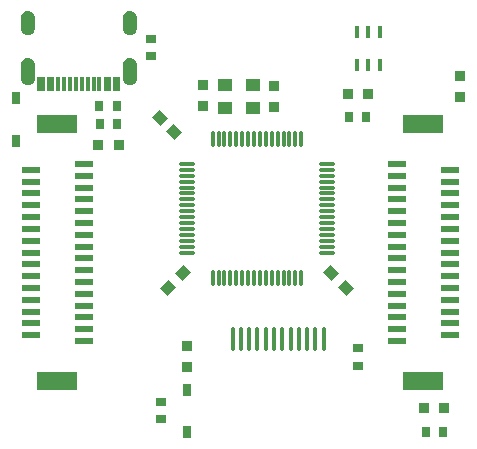
<source format=gbp>
G04*
G04 #@! TF.GenerationSoftware,Altium Limited,Altium Designer,22.0.2 (36)*
G04*
G04 Layer_Color=128*
%FSLAX25Y25*%
%MOIN*%
G70*
G04*
G04 #@! TF.SameCoordinates,A8AB103B-E7CB-45E0-896D-D1B8D88E5F6C*
G04*
G04*
G04 #@! TF.FilePolarity,Positive*
G04*
G01*
G75*
%ADD17R,0.03800X0.03500*%
%ADD21R,0.03150X0.03347*%
%ADD22R,0.03500X0.03800*%
%ADD50R,0.04724X0.03937*%
G04:AMPARAMS|DCode=51|XSize=38mil|YSize=35mil|CornerRadius=0mil|HoleSize=0mil|Usage=FLASHONLY|Rotation=135.000|XOffset=0mil|YOffset=0mil|HoleType=Round|Shape=Rectangle|*
%AMROTATEDRECTD51*
4,1,4,0.02581,-0.00106,0.00106,-0.02581,-0.02581,0.00106,-0.00106,0.02581,0.02581,-0.00106,0.0*
%
%ADD51ROTATEDRECTD51*%

%ADD52R,0.01772X0.03937*%
G04:AMPARAMS|DCode=53|XSize=38mil|YSize=35mil|CornerRadius=0mil|HoleSize=0mil|Usage=FLASHONLY|Rotation=45.000|XOffset=0mil|YOffset=0mil|HoleType=Round|Shape=Rectangle|*
%AMROTATEDRECTD53*
4,1,4,-0.00106,-0.02581,-0.02581,-0.00106,0.00106,0.02581,0.02581,0.00106,-0.00106,-0.02581,0.0*
%
%ADD53ROTATEDRECTD53*%

%ADD54R,0.03347X0.03150*%
%ADD55R,0.02953X0.03937*%
%ADD56O,0.05512X0.01181*%
%ADD57O,0.01181X0.05512*%
%ADD58R,0.01180X0.04530*%
%ADD59R,0.02360X0.04530*%
%ADD60R,0.13386X0.05906*%
%ADD61R,0.05906X0.02362*%
%ADD62O,0.01575X0.07874*%
G36*
X338000Y371608D02*
X339180D01*
X339180Y376138D01*
X338000D01*
Y371608D01*
D01*
D02*
G37*
G36*
X336030Y371618D02*
X337210D01*
X337210Y376138D01*
X336030D01*
Y371618D01*
D01*
D02*
G37*
G36*
X341940Y371608D02*
X343120D01*
Y376138D01*
X341940D01*
Y371608D01*
D01*
D02*
G37*
G36*
X339970Y371618D02*
X341150D01*
Y376148D01*
X339970Y376148D01*
Y371618D01*
D01*
D02*
G37*
G36*
X329730Y371628D02*
X332100D01*
X332100Y376158D01*
X329730D01*
Y371628D01*
D01*
D02*
G37*
G36*
X332880D02*
X335240Y371628D01*
Y376158D01*
X332880D01*
X332880Y371628D01*
D01*
D02*
G37*
G36*
X324140Y375858D02*
Y375388D01*
X324500Y374519D01*
X325165Y373853D01*
X326035Y373493D01*
X326975D01*
X327845Y373853D01*
X328510Y374519D01*
X328870Y375388D01*
Y375858D01*
D01*
Y380188D01*
Y380659D01*
X328510Y381528D01*
X327845Y382193D01*
X326975Y382553D01*
X326035D01*
X325165Y382193D01*
X324500Y381528D01*
X324140Y380659D01*
Y380188D01*
X324140D01*
X324140Y375858D01*
D02*
G37*
G36*
Y392788D02*
Y392318D01*
X324500Y391449D01*
X325165Y390783D01*
X326035Y390423D01*
X326975D01*
X327845Y390783D01*
X328510Y391449D01*
X328870Y392318D01*
Y392788D01*
Y392788D01*
Y395938D01*
Y396409D01*
X328510Y397278D01*
X327845Y397943D01*
X326975Y398303D01*
X326035D01*
X325165Y397943D01*
X324500Y397278D01*
X324140Y396409D01*
Y395938D01*
D01*
Y392788D01*
D02*
G37*
G36*
X361857Y397939D02*
X362521Y397275D01*
X362880Y396408D01*
Y395938D01*
Y392788D01*
Y392788D01*
Y392319D01*
X362521Y391451D01*
X361857Y390788D01*
X360989Y390428D01*
X360051D01*
X359183Y390788D01*
X358519Y391451D01*
X358160Y392319D01*
Y392788D01*
Y395938D01*
Y396408D01*
X358519Y397275D01*
X359183Y397939D01*
X360051Y398298D01*
X360989D01*
X361857Y397939D01*
D02*
G37*
G36*
Y382189D02*
X362521Y381525D01*
X362880Y380658D01*
Y380188D01*
Y375858D01*
Y375389D01*
X362521Y374521D01*
X361857Y373857D01*
X360989Y373498D01*
X360051D01*
X359183Y373857D01*
X358519Y374521D01*
X358160Y375389D01*
Y375858D01*
Y380188D01*
Y380658D01*
X358519Y381525D01*
X359183Y382189D01*
X360051Y382548D01*
X360989D01*
X361857Y382189D01*
D02*
G37*
G36*
X349020Y371618D02*
X347840D01*
Y376138D01*
X349020D01*
Y371618D01*
D02*
G37*
G36*
X345090D02*
X343910D01*
X343910Y376148D01*
X345090D01*
Y371618D01*
D02*
G37*
G36*
X357290Y371608D02*
X354930D01*
Y376138D01*
X357290D01*
Y371608D01*
D02*
G37*
G36*
X354140D02*
X351780D01*
Y376138D01*
X354140D01*
X354140Y371608D01*
D02*
G37*
G36*
X350990D02*
X349810D01*
Y376138D01*
X350990D01*
Y371608D01*
D02*
G37*
G36*
X347060D02*
X345870D01*
Y376138D01*
X347060D01*
Y371608D01*
D02*
G37*
D17*
X356800Y353700D02*
D03*
X349900D02*
D03*
X433100Y370500D02*
D03*
X440000D02*
D03*
X458500Y266000D02*
D03*
X465400D02*
D03*
D21*
X439374Y363000D02*
D03*
X433626D02*
D03*
X464874Y258000D02*
D03*
X459126D02*
D03*
X350358Y366753D02*
D03*
X356106D02*
D03*
X350500Y360500D02*
D03*
X356248D02*
D03*
D22*
X408726Y366271D02*
D03*
Y373171D02*
D03*
X385000Y366600D02*
D03*
Y373500D02*
D03*
X470732Y376526D02*
D03*
Y369626D02*
D03*
X379500Y279600D02*
D03*
Y286500D02*
D03*
D50*
X401710Y373745D02*
D03*
X392261Y365871D02*
D03*
Y373745D02*
D03*
X401710Y365871D02*
D03*
D51*
X375300Y357800D02*
D03*
X370421Y362679D02*
D03*
X427655Y310819D02*
D03*
X432534Y305940D02*
D03*
D52*
X436278Y391458D02*
D03*
X440018D02*
D03*
X443758D02*
D03*
X443758Y380458D02*
D03*
X440018Y380458D02*
D03*
X436278Y380458D02*
D03*
D53*
X373248Y305940D02*
D03*
X378127Y310819D02*
D03*
D54*
X436500Y280126D02*
D03*
Y285874D02*
D03*
X371000Y268000D02*
D03*
Y262252D02*
D03*
X367500Y389074D02*
D03*
Y383326D02*
D03*
D55*
X379500Y272000D02*
D03*
Y257827D02*
D03*
X322500Y369173D02*
D03*
Y355000D02*
D03*
D56*
X379662Y347311D02*
D03*
Y345342D02*
D03*
Y343374D02*
D03*
Y341405D02*
D03*
Y339437D02*
D03*
Y337468D02*
D03*
Y335500D02*
D03*
Y333531D02*
D03*
Y331563D02*
D03*
Y329594D02*
D03*
Y327626D02*
D03*
Y325657D02*
D03*
Y323689D02*
D03*
Y321720D02*
D03*
Y319752D02*
D03*
Y317783D02*
D03*
X426119D02*
D03*
Y319752D02*
D03*
Y321720D02*
D03*
Y323689D02*
D03*
Y325657D02*
D03*
Y327626D02*
D03*
Y329594D02*
D03*
Y331563D02*
D03*
Y333531D02*
D03*
Y335500D02*
D03*
Y337468D02*
D03*
Y339437D02*
D03*
Y341405D02*
D03*
Y343374D02*
D03*
X426119Y345342D02*
D03*
Y347311D02*
D03*
D57*
X388127Y309319D02*
D03*
X390096D02*
D03*
X392064D02*
D03*
X394033D02*
D03*
X396001D02*
D03*
X397970D02*
D03*
X399938D02*
D03*
X401907D02*
D03*
X403875D02*
D03*
X405844D02*
D03*
X407812D02*
D03*
X409781D02*
D03*
X411749Y309319D02*
D03*
X413718D02*
D03*
X415686D02*
D03*
X417655D02*
D03*
Y355775D02*
D03*
X415686D02*
D03*
X413718D02*
D03*
X411749D02*
D03*
X409781D02*
D03*
X407812D02*
D03*
X405844D02*
D03*
X403875D02*
D03*
X401907D02*
D03*
X399938D02*
D03*
X397970D02*
D03*
X396001D02*
D03*
X394033D02*
D03*
X392064D02*
D03*
X390096D02*
D03*
X388127D02*
D03*
D58*
X336620Y373878D02*
D03*
X338590Y373868D02*
D03*
X340560Y373878D02*
D03*
X342530Y373878D02*
D03*
X344490Y373878D02*
D03*
X346460D02*
D03*
X348430Y373878D02*
D03*
X350400D02*
D03*
D59*
X330910Y373888D02*
D03*
X334060D02*
D03*
X352960Y373878D02*
D03*
X356110Y373878D02*
D03*
D60*
X458390Y275066D02*
D03*
Y360500D02*
D03*
X336343Y360501D02*
D03*
X336343Y275067D02*
D03*
D61*
X449531Y347311D02*
D03*
X467248Y345342D02*
D03*
X449531Y343374D02*
D03*
X467248Y341405D02*
D03*
X449531Y339437D02*
D03*
X467248Y337468D02*
D03*
X449531Y335500D02*
D03*
X467248Y333531D02*
D03*
X449531Y331563D02*
D03*
X467248Y329594D02*
D03*
X449531Y327626D02*
D03*
X467248Y325657D02*
D03*
X449531Y323689D02*
D03*
X467248Y321720D02*
D03*
X449531Y319752D02*
D03*
X467248Y317783D02*
D03*
X449531Y315814D02*
D03*
X467248Y313846D02*
D03*
X449531Y311877D02*
D03*
X467248Y309909D02*
D03*
X449531Y307941D02*
D03*
X467248Y305972D02*
D03*
X449531Y304004D02*
D03*
X467248Y302035D02*
D03*
X449531Y300066D02*
D03*
X467248Y298098D02*
D03*
X449531Y296129D02*
D03*
X467248Y294161D02*
D03*
X449531Y292193D02*
D03*
X467248Y290224D02*
D03*
X449531Y288256D02*
D03*
X345201Y288256D02*
D03*
X327485Y290225D02*
D03*
X345201Y292193D02*
D03*
X327485Y294162D02*
D03*
X345201Y296130D02*
D03*
X327485Y298099D02*
D03*
X345201Y300067D02*
D03*
X327485Y302036D02*
D03*
X345201Y304004D02*
D03*
X327485Y305973D02*
D03*
X345201Y307941D02*
D03*
X327485Y309910D02*
D03*
X345201Y311878D02*
D03*
X327485Y313847D02*
D03*
X345201Y315815D02*
D03*
X327485Y317784D02*
D03*
X345201Y319753D02*
D03*
X327485Y321721D02*
D03*
X345201Y323690D02*
D03*
X327485Y325658D02*
D03*
X345201Y327626D02*
D03*
X327485Y329595D02*
D03*
X345201Y331563D02*
D03*
X327485Y333532D02*
D03*
X345201Y335501D02*
D03*
X327485Y337469D02*
D03*
X345201Y339438D02*
D03*
X327485Y341406D02*
D03*
X345201Y343374D02*
D03*
X327485Y345343D02*
D03*
X345201Y347311D02*
D03*
D62*
X422350Y288964D02*
D03*
X419594D02*
D03*
X411327D02*
D03*
X414083D02*
D03*
X403059D02*
D03*
X405815D02*
D03*
X394791D02*
D03*
X397547D02*
D03*
X425106D02*
D03*
X416839D02*
D03*
X400303D02*
D03*
X408571D02*
D03*
M02*

</source>
